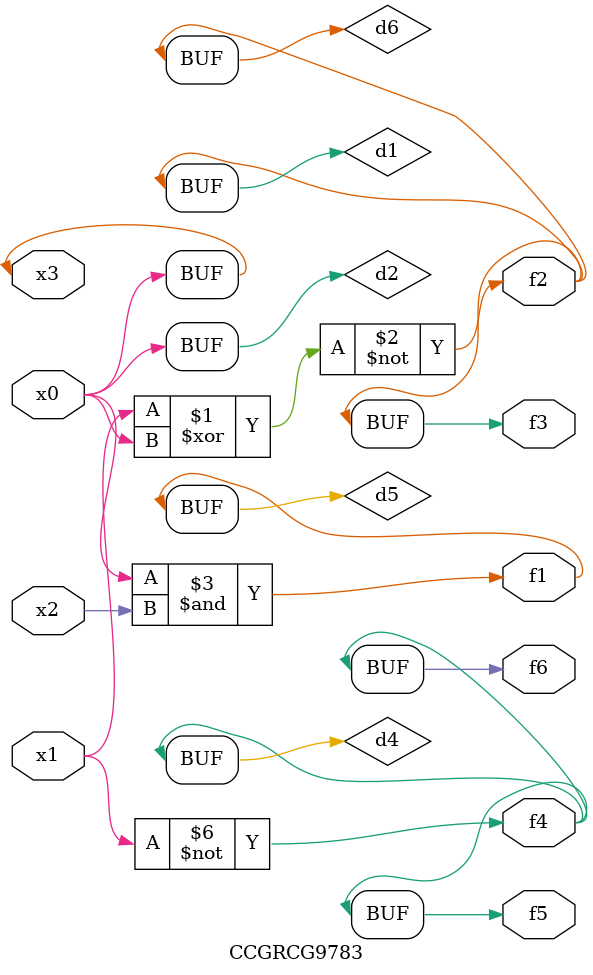
<source format=v>
module CCGRCG9783(
	input x0, x1, x2, x3,
	output f1, f2, f3, f4, f5, f6
);

	wire d1, d2, d3, d4, d5, d6;

	xnor (d1, x1, x3);
	buf (d2, x0, x3);
	nand (d3, x0, x2);
	not (d4, x1);
	nand (d5, d3);
	or (d6, d1);
	assign f1 = d5;
	assign f2 = d6;
	assign f3 = d6;
	assign f4 = d4;
	assign f5 = d4;
	assign f6 = d4;
endmodule

</source>
